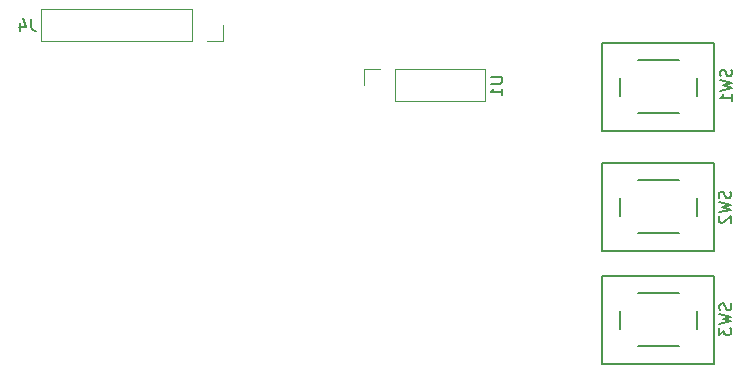
<source format=gbr>
%TF.GenerationSoftware,KiCad,Pcbnew,(5.1.6)-1*%
%TF.CreationDate,2020-11-03T19:25:33-05:00*%
%TF.ProjectId,Kitty Caddy,4b697474-7920-4436-9164-64792e6b6963,rev?*%
%TF.SameCoordinates,Original*%
%TF.FileFunction,Legend,Bot*%
%TF.FilePolarity,Positive*%
%FSLAX46Y46*%
G04 Gerber Fmt 4.6, Leading zero omitted, Abs format (unit mm)*
G04 Created by KiCad (PCBNEW (5.1.6)-1) date 2020-11-03 19:25:33*
%MOMM*%
%LPD*%
G01*
G04 APERTURE LIST*
%ADD10C,0.150000*%
%ADD11C,0.120000*%
G04 APERTURE END LIST*
D10*
%TO.C,SW3*%
X121391800Y-92334400D02*
X127891800Y-92334400D01*
X129391800Y-90834400D02*
X129391800Y-86334400D01*
X127891800Y-84834400D02*
X121391800Y-84834400D01*
X119891800Y-86334400D02*
X119891800Y-90834400D01*
X122891800Y-90834400D02*
X126391800Y-90834400D01*
X127891800Y-89334400D02*
X127891800Y-87834400D01*
X122891800Y-86334400D02*
X126391800Y-86334400D01*
X121391800Y-87834400D02*
X121391800Y-89334400D01*
X119891800Y-90834400D02*
X119891800Y-92334400D01*
X119891800Y-92334400D02*
X121891800Y-92334400D01*
X121891800Y-92334400D02*
X129391800Y-92334400D01*
X129391800Y-92334400D02*
X129391800Y-90834400D01*
X129391800Y-90834400D02*
X129391800Y-84834400D01*
X129391800Y-84834400D02*
X127891800Y-84834400D01*
X127891800Y-84834400D02*
X119891800Y-84834400D01*
X119891800Y-84834400D02*
X119891800Y-86334400D01*
%TO.C,SW2*%
X121391800Y-82758600D02*
X127891800Y-82758600D01*
X129391800Y-81258600D02*
X129391800Y-76758600D01*
X127891800Y-75258600D02*
X121391800Y-75258600D01*
X119891800Y-76758600D02*
X119891800Y-81258600D01*
X122891800Y-81258600D02*
X126391800Y-81258600D01*
X127891800Y-79758600D02*
X127891800Y-78258600D01*
X122891800Y-76758600D02*
X126391800Y-76758600D01*
X121391800Y-78258600D02*
X121391800Y-79758600D01*
X119891800Y-81258600D02*
X119891800Y-82758600D01*
X119891800Y-82758600D02*
X121891800Y-82758600D01*
X121891800Y-82758600D02*
X129391800Y-82758600D01*
X129391800Y-82758600D02*
X129391800Y-81258600D01*
X129391800Y-81258600D02*
X129391800Y-75258600D01*
X129391800Y-75258600D02*
X127891800Y-75258600D01*
X127891800Y-75258600D02*
X119891800Y-75258600D01*
X119891800Y-75258600D02*
X119891800Y-76758600D01*
%TO.C,SW1*%
X121391800Y-72598600D02*
X127891800Y-72598600D01*
X129391800Y-71098600D02*
X129391800Y-66598600D01*
X127891800Y-65098600D02*
X121391800Y-65098600D01*
X119891800Y-66598600D02*
X119891800Y-71098600D01*
X122891800Y-71098600D02*
X126391800Y-71098600D01*
X127891800Y-69598600D02*
X127891800Y-68098600D01*
X122891800Y-66598600D02*
X126391800Y-66598600D01*
X121391800Y-68098600D02*
X121391800Y-69598600D01*
X119891800Y-71098600D02*
X119891800Y-72598600D01*
X119891800Y-72598600D02*
X121891800Y-72598600D01*
X121891800Y-72598600D02*
X129391800Y-72598600D01*
X129391800Y-72598600D02*
X129391800Y-71098600D01*
X129391800Y-71098600D02*
X129391800Y-65098600D01*
X129391800Y-65098600D02*
X127891800Y-65098600D01*
X127891800Y-65098600D02*
X119891800Y-65098600D01*
X119891800Y-65098600D02*
X119891800Y-66598600D01*
D11*
%TO.C,J4*%
X72411400Y-64961000D02*
X72411400Y-62301000D01*
X85171400Y-64961000D02*
X72411400Y-64961000D01*
X85171400Y-62301000D02*
X72411400Y-62301000D01*
X85171400Y-64961000D02*
X85171400Y-62301000D01*
X86441400Y-64961000D02*
X87771400Y-64961000D01*
X87771400Y-64961000D02*
X87771400Y-63631000D01*
%TO.C,U1*%
X109996400Y-67355600D02*
X109996400Y-70015600D01*
X102316400Y-67355600D02*
X109996400Y-67355600D01*
X102316400Y-70015600D02*
X109996400Y-70015600D01*
X102316400Y-67355600D02*
X102316400Y-70015600D01*
X101046400Y-67355600D02*
X99716400Y-67355600D01*
X99716400Y-67355600D02*
X99716400Y-68685600D01*
%TO.C,SW3*%
D10*
X130762761Y-87189666D02*
X130810380Y-87332523D01*
X130810380Y-87570619D01*
X130762761Y-87665857D01*
X130715142Y-87713476D01*
X130619904Y-87761095D01*
X130524666Y-87761095D01*
X130429428Y-87713476D01*
X130381809Y-87665857D01*
X130334190Y-87570619D01*
X130286571Y-87380142D01*
X130238952Y-87284904D01*
X130191333Y-87237285D01*
X130096095Y-87189666D01*
X130000857Y-87189666D01*
X129905619Y-87237285D01*
X129858000Y-87284904D01*
X129810380Y-87380142D01*
X129810380Y-87618238D01*
X129858000Y-87761095D01*
X129810380Y-88094428D02*
X130810380Y-88332523D01*
X130096095Y-88523000D01*
X130810380Y-88713476D01*
X129810380Y-88951571D01*
X129810380Y-89237285D02*
X129810380Y-89856333D01*
X130191333Y-89523000D01*
X130191333Y-89665857D01*
X130238952Y-89761095D01*
X130286571Y-89808714D01*
X130381809Y-89856333D01*
X130619904Y-89856333D01*
X130715142Y-89808714D01*
X130762761Y-89761095D01*
X130810380Y-89665857D01*
X130810380Y-89380142D01*
X130762761Y-89284904D01*
X130715142Y-89237285D01*
%TO.C,SW2*%
X130711961Y-77715466D02*
X130759580Y-77858323D01*
X130759580Y-78096419D01*
X130711961Y-78191657D01*
X130664342Y-78239276D01*
X130569104Y-78286895D01*
X130473866Y-78286895D01*
X130378628Y-78239276D01*
X130331009Y-78191657D01*
X130283390Y-78096419D01*
X130235771Y-77905942D01*
X130188152Y-77810704D01*
X130140533Y-77763085D01*
X130045295Y-77715466D01*
X129950057Y-77715466D01*
X129854819Y-77763085D01*
X129807200Y-77810704D01*
X129759580Y-77905942D01*
X129759580Y-78144038D01*
X129807200Y-78286895D01*
X129759580Y-78620228D02*
X130759580Y-78858323D01*
X130045295Y-79048800D01*
X130759580Y-79239276D01*
X129759580Y-79477371D01*
X129854819Y-79810704D02*
X129807200Y-79858323D01*
X129759580Y-79953561D01*
X129759580Y-80191657D01*
X129807200Y-80286895D01*
X129854819Y-80334514D01*
X129950057Y-80382133D01*
X130045295Y-80382133D01*
X130188152Y-80334514D01*
X130759580Y-79763085D01*
X130759580Y-80382133D01*
%TO.C,SW1*%
X130813561Y-67403066D02*
X130861180Y-67545923D01*
X130861180Y-67784019D01*
X130813561Y-67879257D01*
X130765942Y-67926876D01*
X130670704Y-67974495D01*
X130575466Y-67974495D01*
X130480228Y-67926876D01*
X130432609Y-67879257D01*
X130384990Y-67784019D01*
X130337371Y-67593542D01*
X130289752Y-67498304D01*
X130242133Y-67450685D01*
X130146895Y-67403066D01*
X130051657Y-67403066D01*
X129956419Y-67450685D01*
X129908800Y-67498304D01*
X129861180Y-67593542D01*
X129861180Y-67831638D01*
X129908800Y-67974495D01*
X129861180Y-68307828D02*
X130861180Y-68545923D01*
X130146895Y-68736400D01*
X130861180Y-68926876D01*
X129861180Y-69164971D01*
X130861180Y-70069733D02*
X130861180Y-69498304D01*
X130861180Y-69784019D02*
X129861180Y-69784019D01*
X130004038Y-69688780D01*
X130099276Y-69593542D01*
X130146895Y-69498304D01*
%TO.C,J4*%
X71534733Y-63083380D02*
X71534733Y-63797666D01*
X71582352Y-63940523D01*
X71677590Y-64035761D01*
X71820447Y-64083380D01*
X71915685Y-64083380D01*
X70629971Y-63416714D02*
X70629971Y-64083380D01*
X70868066Y-63035761D02*
X71106161Y-63750047D01*
X70487114Y-63750047D01*
%TO.C,U1*%
X110430180Y-67999895D02*
X111239704Y-67999895D01*
X111334942Y-68047514D01*
X111382561Y-68095133D01*
X111430180Y-68190371D01*
X111430180Y-68380847D01*
X111382561Y-68476085D01*
X111334942Y-68523704D01*
X111239704Y-68571323D01*
X110430180Y-68571323D01*
X111430180Y-69571323D02*
X111430180Y-68999895D01*
X111430180Y-69285609D02*
X110430180Y-69285609D01*
X110573038Y-69190371D01*
X110668276Y-69095133D01*
X110715895Y-68999895D01*
%TD*%
M02*

</source>
